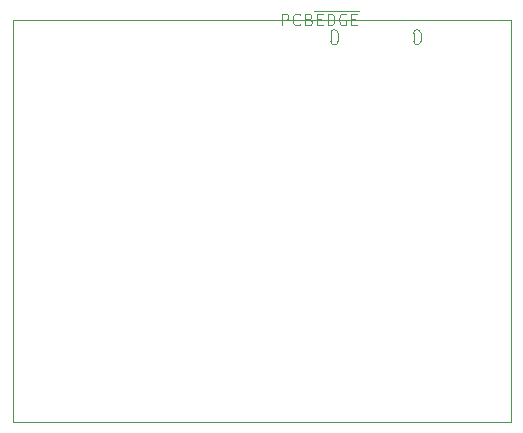
<source format=gbr>
G04 #@! TF.GenerationSoftware,KiCad,Pcbnew,(5.1.4)-1*
G04 #@! TF.CreationDate,2019-12-12T14:50:36-05:00*
G04 #@! TF.ProjectId,led_lock_ctrl,6c65645f-6c6f-4636-9b5f-6374726c2e6b,rev?*
G04 #@! TF.SameCoordinates,Original*
G04 #@! TF.FileFunction,Profile,NP*
%FSLAX46Y46*%
G04 Gerber Fmt 4.6, Leading zero omitted, Abs format (unit mm)*
G04 Created by KiCad (PCBNEW (5.1.4)-1) date 2019-12-12 14:50:36*
%MOMM*%
%LPD*%
G04 APERTURE LIST*
%ADD10C,0.050000*%
%ADD11C,0.000100*%
G04 APERTURE END LIST*
D10*
X162814000Y-86868000D02*
X162814000Y-88392000D01*
X163068000Y-86868000D02*
X162814000Y-86868000D01*
X198882000Y-86868000D02*
X163068000Y-86868000D01*
X162814000Y-120904000D02*
X162814000Y-119634000D01*
X204978000Y-120904000D02*
X162814000Y-120904000D01*
X204978000Y-86868000D02*
X204978000Y-120904000D01*
X198882000Y-86868000D02*
X204978000Y-86868000D01*
X162814000Y-88392000D02*
X162814000Y-119634000D01*
D11*
X190348000Y-87946000D02*
X190348000Y-88646000D01*
X190048000Y-87646000D02*
G75*
G02X190348000Y-87946000I0J-300000D01*
G01*
X189748000Y-87946000D02*
G75*
G02X190048000Y-87646000I300000J0D01*
G01*
X189748000Y-88646000D02*
X189748000Y-87946000D01*
X190048000Y-88946000D02*
G75*
G02X189748000Y-88646000I0J300000D01*
G01*
X190348000Y-88646000D02*
G75*
G02X190048000Y-88946000I-300000J0D01*
G01*
X197348000Y-87946000D02*
X197348000Y-88646000D01*
X197048000Y-87646000D02*
G75*
G02X197348000Y-87946000I0J-300000D01*
G01*
X196748000Y-87946000D02*
G75*
G02X197048000Y-87646000I300000J0D01*
G01*
X196748000Y-88646000D02*
X196748000Y-87946000D01*
X197048000Y-88946000D02*
G75*
G02X196748000Y-88646000I0J300000D01*
G01*
X197348000Y-88646000D02*
G75*
G02X197048000Y-88946000I-300000J0D01*
G01*
D10*
X185573343Y-87295380D02*
X185573343Y-86295380D01*
X185954295Y-86295380D01*
X186049533Y-86343000D01*
X186097152Y-86390619D01*
X186144771Y-86485857D01*
X186144771Y-86628714D01*
X186097152Y-86723952D01*
X186049533Y-86771571D01*
X185954295Y-86819190D01*
X185573343Y-86819190D01*
X187144771Y-87200142D02*
X187097152Y-87247761D01*
X186954295Y-87295380D01*
X186859057Y-87295380D01*
X186716200Y-87247761D01*
X186620962Y-87152523D01*
X186573343Y-87057285D01*
X186525724Y-86866809D01*
X186525724Y-86723952D01*
X186573343Y-86533476D01*
X186620962Y-86438238D01*
X186716200Y-86343000D01*
X186859057Y-86295380D01*
X186954295Y-86295380D01*
X187097152Y-86343000D01*
X187144771Y-86390619D01*
X187906676Y-86771571D02*
X188049533Y-86819190D01*
X188097152Y-86866809D01*
X188144771Y-86962047D01*
X188144771Y-87104904D01*
X188097152Y-87200142D01*
X188049533Y-87247761D01*
X187954295Y-87295380D01*
X187573343Y-87295380D01*
X187573343Y-86295380D01*
X187906676Y-86295380D01*
X188001914Y-86343000D01*
X188049533Y-86390619D01*
X188097152Y-86485857D01*
X188097152Y-86581095D01*
X188049533Y-86676333D01*
X188001914Y-86723952D01*
X187906676Y-86771571D01*
X187573343Y-86771571D01*
X188335248Y-86058000D02*
X189240010Y-86058000D01*
X188573343Y-86771571D02*
X188906676Y-86771571D01*
X189049533Y-87295380D02*
X188573343Y-87295380D01*
X188573343Y-86295380D01*
X189049533Y-86295380D01*
X189240010Y-86058000D02*
X190240010Y-86058000D01*
X189478105Y-87295380D02*
X189478105Y-86295380D01*
X189716200Y-86295380D01*
X189859057Y-86343000D01*
X189954295Y-86438238D01*
X190001914Y-86533476D01*
X190049533Y-86723952D01*
X190049533Y-86866809D01*
X190001914Y-87057285D01*
X189954295Y-87152523D01*
X189859057Y-87247761D01*
X189716200Y-87295380D01*
X189478105Y-87295380D01*
X190240010Y-86058000D02*
X191240010Y-86058000D01*
X191001914Y-86343000D02*
X190906676Y-86295380D01*
X190763819Y-86295380D01*
X190620962Y-86343000D01*
X190525724Y-86438238D01*
X190478105Y-86533476D01*
X190430486Y-86723952D01*
X190430486Y-86866809D01*
X190478105Y-87057285D01*
X190525724Y-87152523D01*
X190620962Y-87247761D01*
X190763819Y-87295380D01*
X190859057Y-87295380D01*
X191001914Y-87247761D01*
X191049533Y-87200142D01*
X191049533Y-86866809D01*
X190859057Y-86866809D01*
X191240010Y-86058000D02*
X192144771Y-86058000D01*
X191478105Y-86771571D02*
X191811438Y-86771571D01*
X191954295Y-87295380D02*
X191478105Y-87295380D01*
X191478105Y-86295380D01*
X191954295Y-86295380D01*
M02*

</source>
